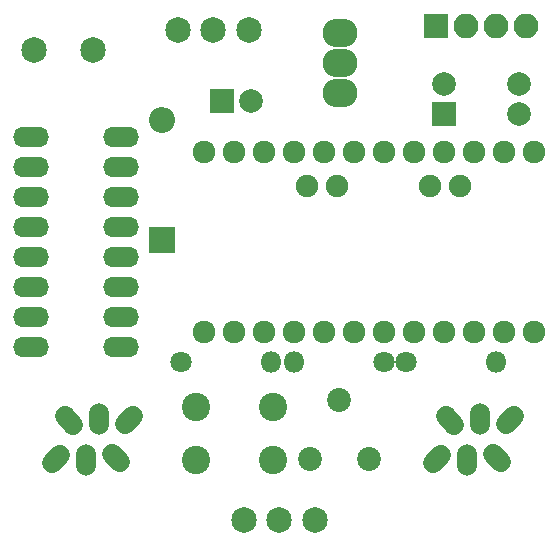
<source format=gbr>
G04 #@! TF.FileFunction,Soldermask,Top*
%FSLAX46Y46*%
G04 Gerber Fmt 4.6, Leading zero omitted, Abs format (unit mm)*
G04 Created by KiCad (PCBNEW 4.0.2-stable) date 3/22/2018 3:29:33 PM*
%MOMM*%
G01*
G04 APERTURE LIST*
%ADD10C,0.100000*%
%ADD11C,1.924000*%
%ADD12C,1.900000*%
%ADD13C,1.670000*%
%ADD14O,1.670000X2.686000*%
%ADD15O,3.041600X1.720800*%
%ADD16R,2.000000X2.000000*%
%ADD17C,2.000000*%
%ADD18C,1.800000*%
%ADD19O,1.800000X1.800000*%
%ADD20O,2.940000X2.432000*%
%ADD21R,2.100000X2.100000*%
%ADD22O,2.100000X2.100000*%
%ADD23C,2.020000*%
%ADD24C,2.400000*%
%ADD25R,2.200000X2.200000*%
%ADD26O,2.200000X2.200000*%
%ADD27C,2.162000*%
G04 APERTURE END LIST*
D10*
D11*
X128270000Y-106045000D03*
X130810000Y-106045000D03*
X133350000Y-106045000D03*
X135890000Y-106045000D03*
X138430000Y-106045000D03*
X140970000Y-106045000D03*
X143510000Y-106045000D03*
X146050000Y-106045000D03*
X148590000Y-106045000D03*
X151130000Y-106045000D03*
X153670000Y-106045000D03*
X156210000Y-106045000D03*
X128270000Y-90805000D03*
X130810000Y-90805000D03*
X133350000Y-90805000D03*
X135890000Y-90805000D03*
X138430000Y-90805000D03*
X140970000Y-90805000D03*
X143510000Y-90805000D03*
X146050000Y-90805000D03*
X148590000Y-90805000D03*
X151130000Y-90805000D03*
X153670000Y-90805000D03*
X156210000Y-90805000D03*
D12*
X137033000Y-93726000D03*
X139573000Y-93726000D03*
X147447000Y-93726000D03*
X149987000Y-93726000D03*
D13*
X154560940Y-113195900D02*
X153842520Y-113914320D01*
X152724920Y-116380660D02*
X153443340Y-117099080D01*
D14*
X151668280Y-113439340D03*
X150540520Y-116914060D03*
D13*
X148778160Y-113231460D02*
X149496580Y-113949880D01*
X148376440Y-116472100D02*
X147658020Y-117190520D01*
D15*
X121285000Y-107315000D03*
X121285000Y-104775000D03*
X121285000Y-92075000D03*
X121285000Y-89535000D03*
X121285000Y-102235000D03*
X121285000Y-99695000D03*
X121285000Y-94615000D03*
X121285000Y-97155000D03*
X113665000Y-89535000D03*
X113665000Y-92075000D03*
X113665000Y-94615000D03*
X113665000Y-97155000D03*
X113665000Y-99695000D03*
X113665000Y-102235000D03*
X113665000Y-104775000D03*
X113665000Y-107315000D03*
D13*
X122302940Y-113195900D02*
X121584520Y-113914320D01*
X120466920Y-116380660D02*
X121185340Y-117099080D01*
D14*
X119410280Y-113439340D03*
X118282520Y-116914060D03*
D13*
X116520160Y-113231460D02*
X117238580Y-113949880D01*
X116118440Y-116472100D02*
X115400020Y-117190520D01*
D16*
X129794000Y-86487000D03*
D17*
X132294000Y-86487000D03*
D18*
X145415000Y-108585000D03*
D19*
X153035000Y-108585000D03*
D18*
X143510000Y-108585000D03*
D19*
X135890000Y-108585000D03*
D20*
X139827000Y-83312000D03*
X139827000Y-85852000D03*
X139827000Y-80772000D03*
D21*
X147955000Y-80137000D03*
D22*
X150495000Y-80137000D03*
X153035000Y-80137000D03*
X155575000Y-80137000D03*
D16*
X148590000Y-87630000D03*
D17*
X148590000Y-85130000D03*
X154940000Y-87630000D03*
X154940000Y-85130000D03*
D23*
X137240000Y-116840000D03*
X139740000Y-111840000D03*
X142240000Y-116840000D03*
D18*
X126365000Y-108585000D03*
D19*
X133985000Y-108585000D03*
D24*
X127635000Y-116895000D03*
X127635000Y-112395000D03*
X134135000Y-116895000D03*
X134135000Y-112395000D03*
D25*
X124714000Y-98298000D03*
D26*
X124714000Y-88138000D03*
D27*
X113883000Y-82194400D03*
X118883000Y-82194400D03*
X129083000Y-80518000D03*
X126083000Y-80518000D03*
X132083000Y-80518000D03*
X134671000Y-122022000D03*
X131671000Y-122022000D03*
X137671000Y-122022000D03*
M02*

</source>
